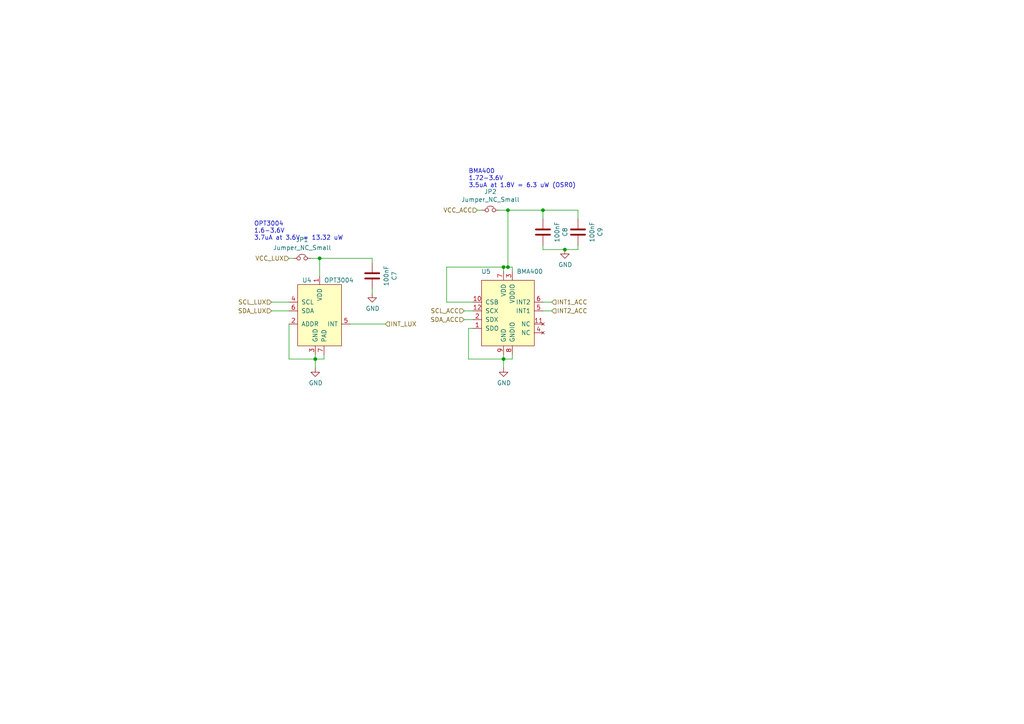
<source format=kicad_sch>
(kicad_sch (version 20211123) (generator eeschema)
  (paper "A4")
  (title_block (title "Sensors") (date "2021-07-12") (rev "2.0") (company "TU Delft"))
  (lib_symbols
    (symbol "Device:C" (pin_numbers hide) (pin_names (offset 0.254))
      (property "Reference" "C" (at 0.635 2.54 0))
      (property "Value" "C" (at 0.635 -2.54 0))
      (symbol "C_0_1"
        (polyline (pts (xy -2.032 -0.762) (xy 2.032 -0.762)) (stroke (width 0.508)))
        (polyline (pts (xy -2.032 0.762) (xy 2.032 0.762)) (stroke (width 0.508)))
      )
      (symbol "C_1_1"
        (pin passive line (at 0 3.81 270) (length 2.794) (name "~") (number "1"))
        (pin passive line (at 0 -3.81 90) (length 2.794) (name "~") (number "2"))
      )
    )
    (symbol "int-bluetooth-rescue:Jumper_NC_Small-Device" (pin_numbers hide) (pin_names (offset 0.762) hide)
      (property "Reference" "JP" (at 0 2.032 0))
      (property "Value" "Jumper_NC_Small-Device" (at 0.254 -1.524 0))
      (symbol "Jumper_NC_Small-Device_0_1"
        (circle (center -1.016 0) (radius 0.508))
        (circle (center 1.016 0) (radius 0.508))
        (arc (start 1.016 0.762) (mid 0 1.1828) (end -1.016 0.762))
        (pin passive line (at -2.54 0 0) (length 1.016) (name "1") (number "1"))
        (pin passive line (at 2.54 0 180) (length 1.016) (name "2") (number "2"))
      )
    )
    (symbol "jaspers_lib:BMA400" (pin_names (offset 1.016))
      (property "Reference" "U" (at -6.35 10.16 0))
      (property "Value" "BMA400" (at 7.62 10.16 0))
      (symbol "BMA400_0_1"
        (rectangle (start -7.62 8.89) (end 7.62 -10.16) (fill (type background)))
      )
      (symbol "BMA400_1_1"
        (pin output line (at -10.16 -5.08 0) (length 2.54) (name "SDO") (number "1"))
        (pin input line (at -10.16 2.54 0) (length 2.54) (name "CSB") (number "10"))
        (pin no_connect line (at 10.16 -3.81 180) (length 2.54) (name "NC") (number "11"))
        (pin input line (at -10.16 0 0) (length 2.54) (name "SCX") (number "12"))
        (pin bidirectional line (at -10.16 -2.54 0) (length 2.54) (name "SDX") (number "2"))
        (pin power_in line (at 1.27 11.43 270) (length 2.54) (name "VDDIO") (number "3"))
        (pin no_connect line (at 10.16 -6.35 180) (length 2.54) (name "NC") (number "4"))
        (pin output line (at 10.16 0 180) (length 2.54) (name "INT1") (number "5"))
        (pin output line (at 10.16 2.54 180) (length 2.54) (name "INT2") (number "6"))
        (pin power_in line (at -1.27 11.43 270) (length 2.54) (name "VDD") (number "7"))
        (pin power_in line (at 1.27 -12.7 90) (length 2.54) (name "GNDIO") (number "8"))
        (pin power_in line (at -1.27 -12.7 90) (length 2.54) (name "GND") (number "9"))
      )
    )
    (symbol "jaspers_lib:OPT3004" (pin_names (offset 1.016))
      (property "Reference" "U" (at -5.08 10.16 0))
      (property "Value" "OPT3004" (at 6.35 10.16 0))
      (symbol "OPT3004_0_1"
        (rectangle (start 6.35 -8.89) (end -6.35 8.89) (fill (type background)))
      )
      (symbol "OPT3004_1_1"
        (pin power_in line (at 0 11.43 270) (length 2.54) (name "VDD") (number "1"))
        (pin input line (at -8.89 -2.54 0) (length 2.54) (name "ADDR") (number "2"))
        (pin power_in line (at -1.27 -11.43 90) (length 2.54) (name "GND") (number "3"))
        (pin input line (at -8.89 3.81 0) (length 2.54) (name "SCL") (number "4"))
        (pin open_collector line (at 8.89 -2.54 180) (length 2.54) (name "INT") (number "5"))
        (pin bidirectional line (at -8.89 1.27 0) (length 2.54) (name "SDA") (number "6"))
        (pin power_in line (at 1.27 -11.43 90) (length 2.54) (name "PAD") (number "7"))
      )
    )
    (symbol "power:GND" (power) (pin_names (offset 0))
      (property "Value" "GND" (at 0 -3.81 0))
      (symbol "GND_0_1"
        (polyline (pts (xy 0 0) (xy 0 -1.27) (xy 1.27 -1.27) (xy 0 -2.54) (xy -1.27 -1.27) (xy 0 -1.27)))
      )
      (symbol "GND_1_1"
        (pin power_in line (at 0 0 270) (length 0) hide (name "GND") (number "1"))
      )
    )
  )
  (junction (at 146.05 77.47))
  (junction (at 92.71 74.93))
  (junction (at 157.48 60.96))
  (junction (at 147.32 77.47))
  (junction (at 91.44 104.14))
  (junction (at 146.05 104.14))
  (junction (at 147.32 60.96))
  (junction (at 163.83 72.39))
  (wire (pts (xy 148.59 104.14) (xy 148.59 102.87)))
  (wire (pts (xy 135.89 95.25) (xy 135.89 104.14)))
  (wire (pts (xy 111.76 93.98) (xy 101.6 93.98)))
  (wire (pts (xy 78.74 87.63) (xy 83.82 87.63)))
  (wire (pts (xy 137.16 95.25) (xy 135.89 95.25)))
  (wire (pts (xy 91.44 102.87) (xy 91.44 104.14)))
  (wire (pts (xy 167.64 72.39) (xy 167.64 71.12)))
  (wire (pts (xy 147.32 60.96) (xy 157.48 60.96)))
  (wire (pts (xy 107.95 74.93) (xy 92.71 74.93)))
  (wire (pts (xy 157.48 87.63) (xy 160.02 87.63)))
  (wire (pts (xy 147.32 77.47) (xy 148.59 77.47)))
  (wire (pts (xy 157.48 60.96) (xy 157.48 63.5)))
  (wire (pts (xy 83.82 93.98) (xy 83.82 104.14)))
  (wire (pts (xy 148.59 77.47) (xy 148.59 78.74)))
  (wire (pts (xy 107.95 85.09) (xy 107.95 83.82)))
  (wire (pts (xy 135.89 104.14) (xy 146.05 104.14)))
  (wire (pts (xy 129.54 87.63) (xy 129.54 77.47)))
  (wire (pts (xy 146.05 102.87) (xy 146.05 104.14)))
  (wire (pts (xy 92.71 74.93) (xy 92.71 80.01)))
  (wire (pts (xy 91.44 104.14) (xy 91.44 106.68)))
  (wire (pts (xy 137.16 87.63) (xy 129.54 87.63)))
  (wire (pts (xy 157.48 90.17) (xy 160.02 90.17)))
  (wire (pts (xy 93.98 104.14) (xy 93.98 102.87)))
  (wire (pts (xy 137.16 92.71) (xy 134.62 92.71)))
  (wire (pts (xy 91.44 104.14) (xy 93.98 104.14)))
  (wire (pts (xy 146.05 104.14) (xy 148.59 104.14)))
  (wire (pts (xy 146.05 104.14) (xy 146.05 106.68)))
  (wire (pts (xy 144.78 60.96) (xy 147.32 60.96)))
  (wire (pts (xy 139.7 60.96) (xy 138.43 60.96)))
  (wire (pts (xy 137.16 90.17) (xy 134.62 90.17)))
  (wire (pts (xy 92.71 74.93) (xy 90.17 74.93)))
  (wire (pts (xy 147.32 60.96) (xy 147.32 77.47)))
  (wire (pts (xy 107.95 76.2) (xy 107.95 74.93)))
  (wire (pts (xy 83.82 104.14) (xy 91.44 104.14)))
  (wire (pts (xy 129.54 77.47) (xy 146.05 77.47)))
  (wire (pts (xy 85.09 74.93) (xy 83.82 74.93)))
  (wire (pts (xy 146.05 77.47) (xy 146.05 78.74)))
  (wire (pts (xy 167.64 63.5) (xy 167.64 60.96)))
  (wire (pts (xy 83.82 90.17) (xy 78.74 90.17)))
  (wire (pts (xy 157.48 72.39) (xy 163.83 72.39)))
  (wire (pts (xy 157.48 71.12) (xy 157.48 72.39)))
  (wire (pts (xy 167.64 60.96) (xy 157.48 60.96)))
  (wire (pts (xy 163.83 72.39) (xy 167.64 72.39)))
  (wire (pts (xy 146.05 77.47) (xy 147.32 77.47)))
  (text "OPT3004\n1.6-3.6V\n3.7uA at 3.6V = 13.32 uW" (at 73.66 69.85 0) (effects (font (size 1.27 1.27)) (justify left bottom)))
  (text "BMA400\n1.72-3.6V\n3.5uA at 1.8V = 6.3 uW (OSR0)" (at 135.89 54.61 0) (effects (font (size 1.27 1.27)) (justify left bottom)))
  (hierarchical_label "SCL_ACC" (shape input) (at 134.62 90.17 180))
  (hierarchical_label "SCL_LUX" (shape input) (at 78.74 87.63 180))
  (hierarchical_label "VCC_LUX" (shape input) (at 83.82 74.93 180))
  (hierarchical_label "SDA_ACC" (shape input) (at 134.62 92.71 180))
  (hierarchical_label "INT2_ACC" (shape input) (at 160.02 90.17 0))
  (hierarchical_label "INT1_ACC" (shape input) (at 160.02 87.63 0))
  (hierarchical_label "VCC_ACC" (shape input) (at 138.43 60.96 180))
  (hierarchical_label "INT_LUX" (shape input) (at 111.76 93.98 0))
  (hierarchical_label "SDA_LUX" (shape input) (at 78.74 90.17 180))
  (symbol (lib_id "jaspers_lib:OPT3004") (at 92.71 91.44 0) (unit 1)
    (property "Reference" "U4" (at 87.63 81.28 0) (effects (justify left)))
    (property "Value" "OPT3004" (at 93.98 81.28 0) (effects (justify left)))
    (property "Footprint" "jaspers_footprints:USON6-OPT3004" (effects hide))
    (property "Datasheet" "https://www.ti.com/lit/ds/symlink/opt3004.pdf" (effects hide))
    (property "MPN" "OPT3004DNPR" (effects hide))
  )
  (symbol (lib_id "jaspers_lib:BMA400") (at 147.32 90.17 0) (unit 1)
    (property "Reference" "U5" (at 140.97 78.74 0))
    (property "Value" "BMA400" (at 153.67 78.74 0))
    (property "Footprint" "jaspers_footprints:BMA400" (effects hide))
    (property "Datasheet" "https://ae-bst.resource.bosch.com/media/_tech/media/datasheets/BST-BMA400-DS000.pdf" (effects hide))
    (property "MPN" "BMA400" (effects hide))
  )
  (symbol (lib_id "Device:C") (at 157.48 67.31 0) (unit 1)
    (property "Reference" "C8" (at 163.8808 67.31 90))
    (property "Value" "100nF" (at 161.5694 67.31 90))
    (property "Footprint" "Capacitor_SMD:C_0402_1005Metric" (effects hide))
    (property "MPN" "GRM155R71C104KA88J" (effects hide))
  )
  (symbol (lib_id "Device:C") (at 107.95 80.01 0) (unit 1)
    (property "Reference" "C7" (at 114.3508 80.01 90))
    (property "Value" "100nF" (at 112.0394 80.01 90))
    (property "Footprint" "Capacitor_SMD:C_0402_1005Metric" (effects hide))
    (property "MPN" "GRM155R71C104KA88J" (effects hide))
  )
  (symbol (lib_id "Device:C") (at 167.64 67.31 0) (unit 1)
    (property "Reference" "C9" (at 174.0408 67.31 90))
    (property "Value" "100nF" (at 171.7294 67.31 90))
    (property "Footprint" "Capacitor_SMD:C_0402_1005Metric" (effects hide))
    (property "MPN" "GRM155R71C104KA88J" (effects hide))
  )
  (symbol (lib_id "power:GND") (at 91.44 106.68 0) (unit 1)
    (property "Reference" "#PWR03" (effects hide))
    (property "Value" "GND" (at 91.567 111.0742 0))
  )
  (symbol (lib_id "power:GND") (at 107.95 85.09 0) (unit 1)
    (property "Reference" "#PWR05" (effects hide))
    (property "Value" "GND" (at 108.077 89.4842 0))
  )
  (symbol (lib_id "power:GND") (at 146.05 106.68 0) (unit 1)
    (property "Reference" "#PWR06" (effects hide))
    (property "Value" "GND" (at 146.177 111.0742 0))
  )
  (symbol (lib_id "power:GND") (at 163.83 72.39 0) (unit 1)
    (property "Reference" "#PWR07" (effects hide))
    (property "Value" "GND" (at 163.957 76.7842 0))
  )
  (symbol (lib_id "int-bluetooth-rescue:Jumper_NC_Small-Device") (at 142.24 60.96 0) (unit 1)
    (property "Reference" "JP2" (at 142.24 55.5752 0))
    (property "Value" "Jumper_NC_Small" (at 142.24 57.8866 0))
    (property "Footprint" "jaspers_footprints:SolderJumper-small-nc" (effects hide))
    (property "MPN" "-" (effects hide))
  )
  (symbol (lib_id "int-bluetooth-rescue:Jumper_NC_Small-Device") (at 87.63 74.93 0) (unit 1)
    (property "Reference" "JP1" (at 87.63 69.5452 0))
    (property "Value" "Jumper_NC_Small" (at 87.63 71.8566 0))
    (property "Footprint" "jaspers_footprints:SolderJumper-small-nc" (effects hide))
    (property "MPN" "-" (effects hide))
  )
)
</source>
